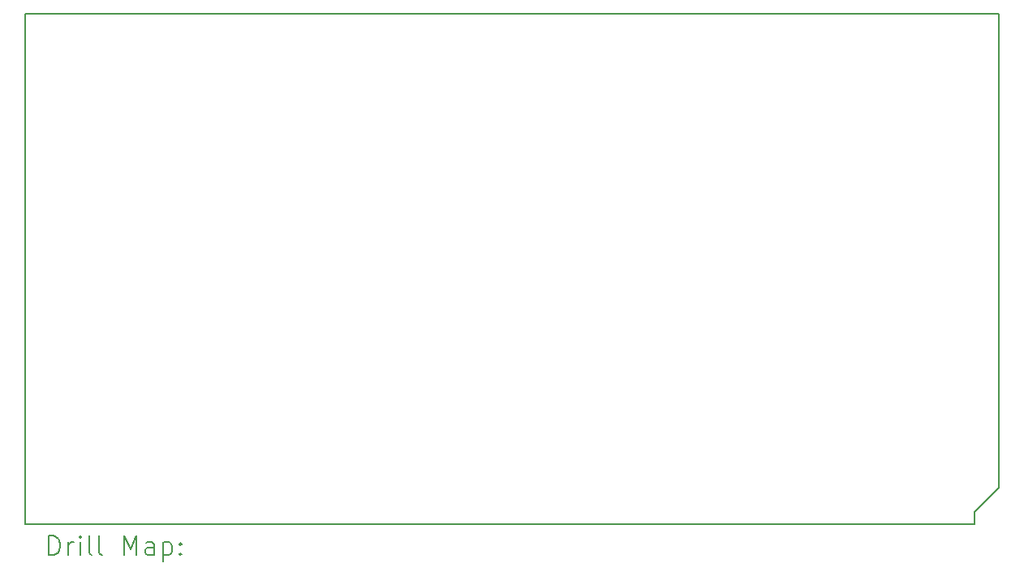
<source format=gbr>
%TF.GenerationSoftware,KiCad,Pcbnew,6.0.9*%
%TF.CreationDate,2022-12-08T19:51:48-08:00*%
%TF.ProjectId,i960SxProcessorMegaShieldFormFactor,69393630-5378-4507-926f-636573736f72,rev?*%
%TF.SameCoordinates,Original*%
%TF.FileFunction,Drillmap*%
%TF.FilePolarity,Positive*%
%FSLAX45Y45*%
G04 Gerber Fmt 4.5, Leading zero omitted, Abs format (unit mm)*
G04 Created by KiCad (PCBNEW 6.0.9) date 2022-12-08 19:51:48*
%MOMM*%
%LPD*%
G01*
G04 APERTURE LIST*
%ADD10C,0.150000*%
%ADD11C,0.200000*%
G04 APERTURE END LIST*
D10*
X20243800Y-12039600D02*
X20243800Y-12166600D01*
X10337800Y-6832600D02*
X20497800Y-6832600D01*
X20497800Y-6832600D02*
X20497800Y-11785600D01*
X10337800Y-12166600D02*
X10337800Y-6832600D01*
X20497800Y-11785600D02*
X20243800Y-12039600D01*
X20243800Y-12166600D02*
X10337800Y-12166600D01*
D11*
X10587919Y-12484576D02*
X10587919Y-12284576D01*
X10635538Y-12284576D01*
X10664110Y-12294100D01*
X10683157Y-12313148D01*
X10692681Y-12332195D01*
X10702205Y-12370290D01*
X10702205Y-12398862D01*
X10692681Y-12436957D01*
X10683157Y-12456005D01*
X10664110Y-12475052D01*
X10635538Y-12484576D01*
X10587919Y-12484576D01*
X10787919Y-12484576D02*
X10787919Y-12351243D01*
X10787919Y-12389338D02*
X10797443Y-12370290D01*
X10806967Y-12360767D01*
X10826014Y-12351243D01*
X10845062Y-12351243D01*
X10911729Y-12484576D02*
X10911729Y-12351243D01*
X10911729Y-12284576D02*
X10902205Y-12294100D01*
X10911729Y-12303624D01*
X10921252Y-12294100D01*
X10911729Y-12284576D01*
X10911729Y-12303624D01*
X11035538Y-12484576D02*
X11016490Y-12475052D01*
X11006967Y-12456005D01*
X11006967Y-12284576D01*
X11140300Y-12484576D02*
X11121252Y-12475052D01*
X11111729Y-12456005D01*
X11111729Y-12284576D01*
X11368871Y-12484576D02*
X11368871Y-12284576D01*
X11435538Y-12427433D01*
X11502205Y-12284576D01*
X11502205Y-12484576D01*
X11683157Y-12484576D02*
X11683157Y-12379814D01*
X11673633Y-12360767D01*
X11654586Y-12351243D01*
X11616490Y-12351243D01*
X11597443Y-12360767D01*
X11683157Y-12475052D02*
X11664109Y-12484576D01*
X11616490Y-12484576D01*
X11597443Y-12475052D01*
X11587919Y-12456005D01*
X11587919Y-12436957D01*
X11597443Y-12417909D01*
X11616490Y-12408386D01*
X11664109Y-12408386D01*
X11683157Y-12398862D01*
X11778395Y-12351243D02*
X11778395Y-12551243D01*
X11778395Y-12360767D02*
X11797443Y-12351243D01*
X11835538Y-12351243D01*
X11854586Y-12360767D01*
X11864109Y-12370290D01*
X11873633Y-12389338D01*
X11873633Y-12446481D01*
X11864109Y-12465528D01*
X11854586Y-12475052D01*
X11835538Y-12484576D01*
X11797443Y-12484576D01*
X11778395Y-12475052D01*
X11959348Y-12465528D02*
X11968871Y-12475052D01*
X11959348Y-12484576D01*
X11949824Y-12475052D01*
X11959348Y-12465528D01*
X11959348Y-12484576D01*
X11959348Y-12360767D02*
X11968871Y-12370290D01*
X11959348Y-12379814D01*
X11949824Y-12370290D01*
X11959348Y-12360767D01*
X11959348Y-12379814D01*
M02*

</source>
